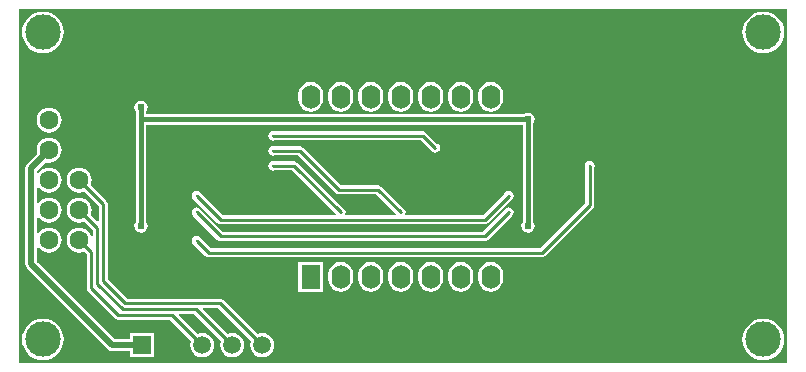
<source format=gtl>
G04 Layer_Physical_Order=1*
G04 Layer_Color=255*
%FSTAX24Y24*%
%MOIN*%
G70*
G01*
G75*
%ADD10C,0.0100*%
%ADD11C,0.0200*%
%ADD12C,0.0150*%
%ADD13R,0.0598X0.0598*%
%ADD14C,0.0598*%
%ADD15C,0.0630*%
%ADD16R,0.0630X0.0630*%
%ADD17C,0.1181*%
%ADD18O,0.0630X0.0787*%
%ADD19R,0.0630X0.0787*%
%ADD20C,0.0120*%
%ADD21C,0.0240*%
G36*
X035827Y010236D02*
X010236D01*
Y022047D01*
X035827D01*
Y010236D01*
D02*
G37*
%LPC*%
G36*
X035039Y021954D02*
X034904Y02194D01*
X034774Y021901D01*
X034654Y021837D01*
X034549Y021751D01*
X034462Y021645D01*
X034398Y021525D01*
X034359Y021395D01*
X034345Y02126D01*
X034359Y021124D01*
X034398Y020994D01*
X034462Y020874D01*
X034549Y020769D01*
X034654Y020683D01*
X034774Y020619D01*
X034904Y020579D01*
X035039Y020566D01*
X035175Y020579D01*
X035305Y020619D01*
X035425Y020683D01*
X03553Y020769D01*
X035616Y020874D01*
X03568Y020994D01*
X03572Y021124D01*
X035733Y02126D01*
X03572Y021395D01*
X03568Y021525D01*
X035616Y021645D01*
X03553Y021751D01*
X035425Y021837D01*
X035305Y021901D01*
X035175Y02194D01*
X035039Y021954D01*
D02*
G37*
G36*
X011024D02*
X010888Y02194D01*
X010758Y021901D01*
X010638Y021837D01*
X010533Y021751D01*
X010447Y021645D01*
X010383Y021525D01*
X010343Y021395D01*
X01033Y02126D01*
X010343Y021124D01*
X010383Y020994D01*
X010447Y020874D01*
X010533Y020769D01*
X010638Y020683D01*
X010758Y020619D01*
X010888Y020579D01*
X011024Y020566D01*
X011159Y020579D01*
X011289Y020619D01*
X011409Y020683D01*
X011514Y020769D01*
X011601Y020874D01*
X011665Y020994D01*
X011704Y021124D01*
X011718Y02126D01*
X011704Y021395D01*
X011665Y021525D01*
X011601Y021645D01*
X011514Y021751D01*
X011409Y021837D01*
X011289Y021901D01*
X011159Y02194D01*
X011024Y021954D01*
D02*
G37*
G36*
X02595Y01961D02*
X025842Y019596D01*
X025741Y019554D01*
X025654Y019487D01*
X025588Y019401D01*
X025546Y0193D01*
X025531Y019191D01*
Y019034D01*
X025546Y018926D01*
X025588Y018825D01*
X025654Y018738D01*
X025741Y018671D01*
X025842Y01863D01*
X02595Y018615D01*
X026058Y01863D01*
X026159Y018671D01*
X026246Y018738D01*
X026312Y018825D01*
X026354Y018926D01*
X026369Y019034D01*
Y019191D01*
X026354Y0193D01*
X026312Y019401D01*
X026246Y019487D01*
X026159Y019554D01*
X026058Y019596D01*
X02595Y01961D01*
D02*
G37*
G36*
X02495D02*
X024842Y019596D01*
X024741Y019554D01*
X024654Y019487D01*
X024588Y019401D01*
X024546Y0193D01*
X024531Y019191D01*
Y019034D01*
X024546Y018926D01*
X024588Y018825D01*
X024654Y018738D01*
X024741Y018671D01*
X024842Y01863D01*
X02495Y018615D01*
X025058Y01863D01*
X025159Y018671D01*
X025246Y018738D01*
X025312Y018825D01*
X025354Y018926D01*
X025369Y019034D01*
Y019191D01*
X025354Y0193D01*
X025312Y019401D01*
X025246Y019487D01*
X025159Y019554D01*
X025058Y019596D01*
X02495Y01961D01*
D02*
G37*
G36*
X02395D02*
X023842Y019596D01*
X023741Y019554D01*
X023654Y019487D01*
X023588Y019401D01*
X023546Y0193D01*
X023531Y019191D01*
Y019034D01*
X023546Y018926D01*
X023588Y018825D01*
X023654Y018738D01*
X023741Y018671D01*
X023842Y01863D01*
X02395Y018615D01*
X024058Y01863D01*
X024159Y018671D01*
X024246Y018738D01*
X024312Y018825D01*
X024354Y018926D01*
X024369Y019034D01*
Y019191D01*
X024354Y0193D01*
X024312Y019401D01*
X024246Y019487D01*
X024159Y019554D01*
X024058Y019596D01*
X02395Y01961D01*
D02*
G37*
G36*
X02295D02*
X022842Y019596D01*
X022741Y019554D01*
X022654Y019487D01*
X022588Y019401D01*
X022546Y0193D01*
X022531Y019191D01*
Y019034D01*
X022546Y018926D01*
X022588Y018825D01*
X022654Y018738D01*
X022741Y018671D01*
X022842Y01863D01*
X02295Y018615D01*
X023058Y01863D01*
X023159Y018671D01*
X023246Y018738D01*
X023312Y018825D01*
X023354Y018926D01*
X023369Y019034D01*
Y019191D01*
X023354Y0193D01*
X023312Y019401D01*
X023246Y019487D01*
X023159Y019554D01*
X023058Y019596D01*
X02295Y01961D01*
D02*
G37*
G36*
X02195D02*
X021842Y019596D01*
X021741Y019554D01*
X021654Y019487D01*
X021588Y019401D01*
X021546Y0193D01*
X021531Y019191D01*
Y019034D01*
X021546Y018926D01*
X021588Y018825D01*
X021654Y018738D01*
X021741Y018671D01*
X021842Y01863D01*
X02195Y018615D01*
X022058Y01863D01*
X022159Y018671D01*
X022246Y018738D01*
X022312Y018825D01*
X022354Y018926D01*
X022369Y019034D01*
Y019191D01*
X022354Y0193D01*
X022312Y019401D01*
X022246Y019487D01*
X022159Y019554D01*
X022058Y019596D01*
X02195Y01961D01*
D02*
G37*
G36*
X02095D02*
X020842Y019596D01*
X020741Y019554D01*
X020654Y019487D01*
X020588Y019401D01*
X020546Y0193D01*
X020531Y019191D01*
Y019034D01*
X020546Y018926D01*
X020588Y018825D01*
X020654Y018738D01*
X020741Y018671D01*
X020842Y01863D01*
X02095Y018615D01*
X021058Y01863D01*
X021159Y018671D01*
X021246Y018738D01*
X021312Y018825D01*
X021354Y018926D01*
X021369Y019034D01*
Y019191D01*
X021354Y0193D01*
X021312Y019401D01*
X021246Y019487D01*
X021159Y019554D01*
X021058Y019596D01*
X02095Y01961D01*
D02*
G37*
G36*
X01995D02*
X019842Y019596D01*
X019741Y019554D01*
X019654Y019487D01*
X019588Y019401D01*
X019546Y0193D01*
X019531Y019191D01*
Y019034D01*
X019546Y018926D01*
X019588Y018825D01*
X019654Y018738D01*
X019741Y018671D01*
X019842Y01863D01*
X01995Y018615D01*
X020058Y01863D01*
X020159Y018671D01*
X020246Y018738D01*
X020312Y018825D01*
X020354Y018926D01*
X020369Y019034D01*
Y019191D01*
X020354Y0193D01*
X020312Y019401D01*
X020246Y019487D01*
X020159Y019554D01*
X020058Y019596D01*
X01995Y01961D01*
D02*
G37*
G36*
X011236Y018755D02*
X011128Y018741D01*
X011027Y018699D01*
X01094Y018632D01*
X010874Y018545D01*
X010832Y018445D01*
X010818Y018336D01*
X010832Y018228D01*
X010874Y018127D01*
X01094Y01804D01*
X011027Y017974D01*
X011128Y017932D01*
X011236Y017918D01*
X011345Y017932D01*
X011445Y017974D01*
X011532Y01804D01*
X011599Y018127D01*
X01164Y018228D01*
X011655Y018336D01*
X01164Y018445D01*
X011599Y018545D01*
X011532Y018632D01*
X011445Y018699D01*
X011345Y018741D01*
X011236Y018755D01*
D02*
G37*
G36*
X0187Y017976D02*
X018638Y017963D01*
X018585Y017928D01*
X018549Y017875D01*
X018537Y017813D01*
X018549Y01775D01*
X018585Y017697D01*
X018638Y017662D01*
X0187Y017649D01*
X018751Y01766D01*
X023637D01*
X023956Y017341D01*
X023985Y017297D01*
X024038Y017262D01*
X0241Y017249D01*
X024162Y017262D01*
X024215Y017297D01*
X024251Y01735D01*
X024263Y017413D01*
X024251Y017475D01*
X024215Y017528D01*
X024172Y017557D01*
X023808Y017921D01*
X023759Y017954D01*
X0237Y017966D01*
X018751D01*
X0187Y017976D01*
D02*
G37*
G36*
X011236Y017755D02*
X011128Y01774D01*
X011027Y017699D01*
X01094Y017632D01*
X010874Y017545D01*
X010832Y017445D01*
X010818Y017336D01*
X010832Y017228D01*
X010834Y017223D01*
X010492Y01688D01*
X010448Y016814D01*
X010432Y016736D01*
Y013536D01*
X010448Y013458D01*
X010492Y013392D01*
X013192Y010692D01*
X013258Y010648D01*
X013336Y010632D01*
X013336Y010632D01*
X013937D01*
Y010437D01*
X014735D01*
Y011235D01*
X013937D01*
Y01104D01*
X013421D01*
X01084Y013621D01*
Y014089D01*
X01089Y014106D01*
X01094Y01404D01*
X011027Y013974D01*
X011128Y013932D01*
X011236Y013918D01*
X011345Y013932D01*
X011445Y013974D01*
X011532Y01404D01*
X011599Y014127D01*
X01164Y014228D01*
X011655Y014336D01*
X01164Y014445D01*
X011599Y014545D01*
X011532Y014632D01*
X011445Y014699D01*
X011345Y014741D01*
X011236Y014755D01*
X011128Y014741D01*
X011027Y014699D01*
X01094Y014632D01*
X01089Y014567D01*
X01084Y014584D01*
Y015089D01*
X01089Y015106D01*
X01094Y01504D01*
X011027Y014974D01*
X011128Y014932D01*
X011236Y014918D01*
X011345Y014932D01*
X011445Y014974D01*
X011532Y01504D01*
X011599Y015127D01*
X01164Y015228D01*
X011655Y015336D01*
X01164Y015445D01*
X011599Y015545D01*
X011532Y015632D01*
X011445Y015699D01*
X011345Y01574D01*
X011236Y015755D01*
X011128Y01574D01*
X011027Y015699D01*
X01094Y015632D01*
X01089Y015567D01*
X01084Y015584D01*
Y016089D01*
X01089Y016106D01*
X01094Y01604D01*
X011027Y015974D01*
X011128Y015932D01*
X011236Y015918D01*
X011345Y015932D01*
X011445Y015974D01*
X011532Y01604D01*
X011599Y016127D01*
X01164Y016228D01*
X011655Y016336D01*
X01164Y016445D01*
X011599Y016545D01*
X011532Y016632D01*
X011445Y016699D01*
X011345Y01674D01*
X011236Y016755D01*
X011128Y01674D01*
X011027Y016699D01*
X01094Y016632D01*
X01089Y016567D01*
X01084Y016584D01*
Y016652D01*
X011123Y016934D01*
X011128Y016932D01*
X011236Y016918D01*
X011345Y016932D01*
X011445Y016974D01*
X011532Y01704D01*
X011599Y017127D01*
X01164Y017228D01*
X011655Y017336D01*
X01164Y017445D01*
X011599Y017545D01*
X011532Y017632D01*
X011445Y017699D01*
X011345Y01774D01*
X011236Y017755D01*
D02*
G37*
G36*
X0187Y017476D02*
X018638Y017463D01*
X018585Y017428D01*
X018549Y017375D01*
X018537Y017313D01*
X018549Y01725D01*
X018585Y017197D01*
X018638Y017162D01*
X0187Y017149D01*
X018751Y01716D01*
X019537D01*
X020792Y015904D01*
X020841Y015871D01*
X0209Y01586D01*
X022137D01*
X022781Y015216D01*
X02276Y015166D01*
X021133D01*
X021104Y015216D01*
X021113Y015263D01*
X021101Y015325D01*
X021065Y015378D01*
X021022Y015407D01*
X019508Y016921D01*
X019459Y016954D01*
X0194Y016966D01*
X018751D01*
X0187Y016976D01*
X018638Y016963D01*
X018585Y016928D01*
X018549Y016875D01*
X018537Y016813D01*
X018549Y01675D01*
X018585Y016697D01*
X018638Y016662D01*
X0187Y016649D01*
X018751Y01666D01*
X019337D01*
X020781Y015216D01*
X02076Y015166D01*
X017013D01*
X016294Y015884D01*
X016265Y015928D01*
X016212Y015963D01*
X01615Y015976D01*
X016088Y015963D01*
X016035Y015928D01*
X015999Y015875D01*
X015987Y015813D01*
X015999Y01575D01*
X016035Y015697D01*
X016078Y015668D01*
X016842Y014904D01*
X016891Y014871D01*
X01695Y01486D01*
X02575D01*
X025809Y014871D01*
X025858Y014904D01*
X026622Y015668D01*
X026665Y015697D01*
X026701Y01575D01*
X026713Y015813D01*
X026701Y015875D01*
X026665Y015928D01*
X026612Y015963D01*
X02655Y015976D01*
X026488Y015963D01*
X026435Y015928D01*
X026406Y015884D01*
X025687Y015166D01*
X023133D01*
X023104Y015216D01*
X023113Y015263D01*
X023101Y015325D01*
X023065Y015378D01*
X023022Y015407D01*
X022308Y016121D01*
X022259Y016154D01*
X0222Y016166D01*
X020963D01*
X019708Y017421D01*
X019659Y017454D01*
X0196Y017466D01*
X018751D01*
X0187Y017476D01*
D02*
G37*
G36*
X012236Y016755D02*
X012128Y01674D01*
X012027Y016699D01*
X01194Y016632D01*
X011874Y016545D01*
X011832Y016445D01*
X011818Y016336D01*
X011832Y016228D01*
X011874Y016127D01*
X01194Y01604D01*
X012027Y015974D01*
X012128Y015932D01*
X012236Y015918D01*
X012345Y015932D01*
X012401Y015955D01*
X012883Y015473D01*
Y014971D01*
X012837Y014952D01*
X012617Y015172D01*
X012641Y015228D01*
X012655Y015336D01*
X012641Y015445D01*
X012599Y015545D01*
X012532Y015632D01*
X012445Y015699D01*
X012345Y01574D01*
X012236Y015755D01*
X012128Y01574D01*
X012027Y015699D01*
X01194Y015632D01*
X011874Y015545D01*
X011832Y015445D01*
X011818Y015336D01*
X011832Y015228D01*
X011874Y015127D01*
X01194Y01504D01*
X012027Y014974D01*
X012128Y014932D01*
X012236Y014918D01*
X012345Y014932D01*
X012401Y014955D01*
X012683Y014673D01*
Y014472D01*
X012633Y014462D01*
X012599Y014545D01*
X012532Y014632D01*
X012445Y014699D01*
X012345Y014741D01*
X012236Y014755D01*
X012128Y014741D01*
X012027Y014699D01*
X01194Y014632D01*
X011874Y014545D01*
X011832Y014445D01*
X011818Y014336D01*
X011832Y014228D01*
X011874Y014127D01*
X01194Y01404D01*
X012027Y013974D01*
X012128Y013932D01*
X012236Y013918D01*
X012345Y013932D01*
X012401Y013955D01*
X012483Y013873D01*
Y012736D01*
X012495Y012678D01*
X012528Y012628D01*
X013428Y011728D01*
X013478Y011695D01*
X013536Y011683D01*
X015273D01*
X015967Y010989D01*
X015947Y01094D01*
X015933Y010836D01*
X015947Y010732D01*
X015987Y010635D01*
X016051Y010552D01*
X016135Y010488D01*
X016232Y010447D01*
X016336Y010434D01*
X01644Y010447D01*
X016537Y010488D01*
X016621Y010552D01*
X016685Y010635D01*
X016725Y010732D01*
X016739Y010836D01*
X016725Y01094D01*
X016685Y011038D01*
X016621Y011121D01*
X016537Y011185D01*
X01644Y011225D01*
X016336Y011239D01*
X016232Y011225D01*
X016183Y011205D01*
X015552Y011837D01*
X015571Y011883D01*
X016073D01*
X016967Y010989D01*
X016947Y01094D01*
X016933Y010836D01*
X016947Y010732D01*
X016987Y010635D01*
X017051Y010552D01*
X017135Y010488D01*
X017232Y010447D01*
X017336Y010434D01*
X01744Y010447D01*
X017537Y010488D01*
X017621Y010552D01*
X017685Y010635D01*
X017725Y010732D01*
X017739Y010836D01*
X017725Y01094D01*
X017685Y011038D01*
X017621Y011121D01*
X017537Y011185D01*
X01744Y011225D01*
X017336Y011239D01*
X017232Y011225D01*
X017183Y011205D01*
X016352Y012037D01*
X016371Y012083D01*
X016873D01*
X017967Y010989D01*
X017947Y01094D01*
X017933Y010836D01*
X017947Y010732D01*
X017987Y010635D01*
X018051Y010552D01*
X018135Y010488D01*
X018232Y010447D01*
X018336Y010434D01*
X01844Y010447D01*
X018537Y010488D01*
X018621Y010552D01*
X018685Y010635D01*
X018725Y010732D01*
X018739Y010836D01*
X018725Y01094D01*
X018685Y011038D01*
X018621Y011121D01*
X018537Y011185D01*
X01844Y011225D01*
X018336Y011239D01*
X018232Y011225D01*
X018183Y011205D01*
X017044Y012344D01*
X016995Y012378D01*
X016936Y012389D01*
X013832D01*
X013189Y013032D01*
Y015536D01*
X013178Y015595D01*
X013144Y015644D01*
X012617Y016172D01*
X012641Y016228D01*
X012655Y016336D01*
X012641Y016445D01*
X012599Y016545D01*
X012532Y016632D01*
X012445Y016699D01*
X012345Y01674D01*
X012236Y016755D01*
D02*
G37*
G36*
X02655Y015426D02*
X026488Y015413D01*
X026435Y015378D01*
X026406Y015335D01*
X025687Y014616D01*
X017013D01*
X016294Y015335D01*
X016265Y015378D01*
X016212Y015413D01*
X01615Y015426D01*
X016088Y015413D01*
X016035Y015378D01*
X015999Y015325D01*
X015987Y015263D01*
X015999Y0152D01*
X016035Y015147D01*
X016078Y015118D01*
X016842Y014354D01*
X016891Y014321D01*
X01695Y01431D01*
X02575D01*
X025809Y014321D01*
X025858Y014354D01*
X026622Y015118D01*
X026665Y015147D01*
X026701Y0152D01*
X026713Y015263D01*
X026701Y015325D01*
X026665Y015378D01*
X026612Y015413D01*
X02655Y015426D01*
D02*
G37*
G36*
X0143Y018987D02*
X014214Y01897D01*
X014141Y018921D01*
X014093Y018848D01*
X014076Y018763D01*
X014093Y018677D01*
X014122Y018634D01*
Y018363D01*
Y014942D01*
X014093Y014898D01*
X014076Y014813D01*
X014093Y014727D01*
X014141Y014654D01*
X014214Y014605D01*
X0143Y014588D01*
X014386Y014605D01*
X014459Y014654D01*
X014507Y014727D01*
X014524Y014813D01*
X014507Y014898D01*
X014478Y014942D01*
Y018184D01*
X027022D01*
Y014942D01*
X026993Y014898D01*
X026976Y014813D01*
X026993Y014727D01*
X027041Y014654D01*
X027114Y014605D01*
X0272Y014588D01*
X027286Y014605D01*
X027359Y014654D01*
X027407Y014727D01*
X027424Y014813D01*
X027407Y014898D01*
X027378Y014942D01*
Y018234D01*
X027407Y018277D01*
X027424Y018363D01*
X027407Y018448D01*
X027359Y018521D01*
X027286Y01857D01*
X0272Y018587D01*
X027114Y01857D01*
X027071Y018541D01*
X014478D01*
Y018634D01*
X014507Y018677D01*
X014524Y018763D01*
X014507Y018848D01*
X014459Y018921D01*
X014386Y01897D01*
X0143Y018987D01*
D02*
G37*
G36*
X02925Y016976D02*
X029188Y016963D01*
X029135Y016928D01*
X029099Y016875D01*
X029087Y016813D01*
X029097Y016761D01*
Y015576D01*
X027587Y014066D01*
X016613D01*
X016294Y014384D01*
X016265Y014428D01*
X016212Y014463D01*
X01615Y014476D01*
X016088Y014463D01*
X016035Y014428D01*
X015999Y014375D01*
X015987Y014313D01*
X015999Y01425D01*
X016035Y014197D01*
X016078Y014168D01*
X016442Y013804D01*
X016491Y013771D01*
X01655Y01376D01*
X02765D01*
X027709Y013771D01*
X027758Y013804D01*
X029358Y015404D01*
X029391Y015454D01*
X029403Y015513D01*
Y016761D01*
X029413Y016813D01*
X029401Y016875D01*
X029365Y016928D01*
X029312Y016963D01*
X02925Y016976D01*
D02*
G37*
G36*
X020365Y013606D02*
X019535D01*
Y012619D01*
X020365D01*
Y013606D01*
D02*
G37*
G36*
X02595Y01361D02*
X025842Y013596D01*
X025741Y013554D01*
X025654Y013487D01*
X025588Y013401D01*
X025546Y0133D01*
X025531Y013191D01*
Y013034D01*
X025546Y012926D01*
X025588Y012825D01*
X025654Y012738D01*
X025741Y012671D01*
X025842Y01263D01*
X02595Y012615D01*
X026058Y01263D01*
X026159Y012671D01*
X026246Y012738D01*
X026312Y012825D01*
X026354Y012926D01*
X026369Y013034D01*
Y013191D01*
X026354Y0133D01*
X026312Y013401D01*
X026246Y013487D01*
X026159Y013554D01*
X026058Y013596D01*
X02595Y01361D01*
D02*
G37*
G36*
X02495D02*
X024842Y013596D01*
X024741Y013554D01*
X024654Y013487D01*
X024588Y013401D01*
X024546Y0133D01*
X024531Y013191D01*
Y013034D01*
X024546Y012926D01*
X024588Y012825D01*
X024654Y012738D01*
X024741Y012671D01*
X024842Y01263D01*
X02495Y012615D01*
X025058Y01263D01*
X025159Y012671D01*
X025246Y012738D01*
X025312Y012825D01*
X025354Y012926D01*
X025369Y013034D01*
Y013191D01*
X025354Y0133D01*
X025312Y013401D01*
X025246Y013487D01*
X025159Y013554D01*
X025058Y013596D01*
X02495Y01361D01*
D02*
G37*
G36*
X02395D02*
X023842Y013596D01*
X023741Y013554D01*
X023654Y013487D01*
X023588Y013401D01*
X023546Y0133D01*
X023531Y013191D01*
Y013034D01*
X023546Y012926D01*
X023588Y012825D01*
X023654Y012738D01*
X023741Y012671D01*
X023842Y01263D01*
X02395Y012615D01*
X024058Y01263D01*
X024159Y012671D01*
X024246Y012738D01*
X024312Y012825D01*
X024354Y012926D01*
X024369Y013034D01*
Y013191D01*
X024354Y0133D01*
X024312Y013401D01*
X024246Y013487D01*
X024159Y013554D01*
X024058Y013596D01*
X02395Y01361D01*
D02*
G37*
G36*
X02295D02*
X022842Y013596D01*
X022741Y013554D01*
X022654Y013487D01*
X022588Y013401D01*
X022546Y0133D01*
X022531Y013191D01*
Y013034D01*
X022546Y012926D01*
X022588Y012825D01*
X022654Y012738D01*
X022741Y012671D01*
X022842Y01263D01*
X02295Y012615D01*
X023058Y01263D01*
X023159Y012671D01*
X023246Y012738D01*
X023312Y012825D01*
X023354Y012926D01*
X023369Y013034D01*
Y013191D01*
X023354Y0133D01*
X023312Y013401D01*
X023246Y013487D01*
X023159Y013554D01*
X023058Y013596D01*
X02295Y01361D01*
D02*
G37*
G36*
X02195D02*
X021842Y013596D01*
X021741Y013554D01*
X021654Y013487D01*
X021588Y013401D01*
X021546Y0133D01*
X021531Y013191D01*
Y013034D01*
X021546Y012926D01*
X021588Y012825D01*
X021654Y012738D01*
X021741Y012671D01*
X021842Y01263D01*
X02195Y012615D01*
X022058Y01263D01*
X022159Y012671D01*
X022246Y012738D01*
X022312Y012825D01*
X022354Y012926D01*
X022369Y013034D01*
Y013191D01*
X022354Y0133D01*
X022312Y013401D01*
X022246Y013487D01*
X022159Y013554D01*
X022058Y013596D01*
X02195Y01361D01*
D02*
G37*
G36*
X02095D02*
X020842Y013596D01*
X020741Y013554D01*
X020654Y013487D01*
X020588Y013401D01*
X020546Y0133D01*
X020531Y013191D01*
Y013034D01*
X020546Y012926D01*
X020588Y012825D01*
X020654Y012738D01*
X020741Y012671D01*
X020842Y01263D01*
X02095Y012615D01*
X021058Y01263D01*
X021159Y012671D01*
X021246Y012738D01*
X021312Y012825D01*
X021354Y012926D01*
X021369Y013034D01*
Y013191D01*
X021354Y0133D01*
X021312Y013401D01*
X021246Y013487D01*
X021159Y013554D01*
X021058Y013596D01*
X02095Y01361D01*
D02*
G37*
G36*
X035039Y011718D02*
X034904Y011704D01*
X034774Y011665D01*
X034654Y011601D01*
X034549Y011514D01*
X034462Y011409D01*
X034398Y011289D01*
X034359Y011159D01*
X034345Y011024D01*
X034359Y010888D01*
X034398Y010758D01*
X034462Y010638D01*
X034549Y010533D01*
X034654Y010447D01*
X034774Y010383D01*
X034904Y010343D01*
X035039Y01033D01*
X035175Y010343D01*
X035305Y010383D01*
X035425Y010447D01*
X03553Y010533D01*
X035616Y010638D01*
X03568Y010758D01*
X03572Y010888D01*
X035733Y011024D01*
X03572Y011159D01*
X03568Y011289D01*
X035616Y011409D01*
X03553Y011514D01*
X035425Y011601D01*
X035305Y011665D01*
X035175Y011704D01*
X035039Y011718D01*
D02*
G37*
G36*
X011024D02*
X010888Y011704D01*
X010758Y011665D01*
X010638Y011601D01*
X010533Y011514D01*
X010447Y011409D01*
X010383Y011289D01*
X010343Y011159D01*
X01033Y011024D01*
X010343Y010888D01*
X010383Y010758D01*
X010447Y010638D01*
X010533Y010533D01*
X010638Y010447D01*
X010758Y010383D01*
X010888Y010343D01*
X011024Y01033D01*
X011159Y010343D01*
X011289Y010383D01*
X011409Y010447D01*
X011514Y010533D01*
X011601Y010638D01*
X011665Y010758D01*
X011704Y010888D01*
X011718Y011024D01*
X011704Y011159D01*
X011665Y011289D01*
X011601Y011409D01*
X011514Y011514D01*
X011409Y011601D01*
X011289Y011665D01*
X011159Y011704D01*
X011024Y011718D01*
D02*
G37*
%LPD*%
D10*
X012236Y014336D02*
X012636Y013936D01*
Y012736D02*
Y013936D01*
Y012736D02*
X013536Y011836D01*
X016936Y012236D02*
X018336Y010836D01*
X013769Y012236D02*
X016936D01*
X013036Y012969D02*
X013769Y012236D01*
X013036Y012969D02*
Y015536D01*
X012236Y016336D02*
X013036Y015536D01*
X016136Y012036D02*
X017336Y010836D01*
X013686Y012036D02*
X016136D01*
X012836Y012886D02*
X013686Y012036D01*
X012836Y012886D02*
Y014736D01*
X012236Y015336D02*
X012836Y014736D01*
X015336Y011836D02*
X016336Y010836D01*
X013536Y011836D02*
X015336D01*
X0187Y016813D02*
X0194D01*
X02095Y015263D01*
X0187Y017313D02*
X0196D01*
X0209Y016013D01*
X0222D01*
X02295Y015263D01*
X01615Y015813D02*
X01695Y015013D01*
X01615Y015263D02*
X01695Y014463D01*
X01615Y014313D02*
X01655Y013913D01*
X0187Y017813D02*
X0237D01*
X0241Y017413D01*
X01695Y015013D02*
X02575D01*
X02655Y015813D01*
X01695Y014463D02*
X02575D01*
X02655Y015263D01*
X01655Y013913D02*
X02765D01*
X02925Y015513D01*
Y016813D01*
D11*
X013336Y010836D02*
X014336D01*
X010636Y013536D02*
X013336Y010836D01*
X010636Y013536D02*
Y016736D01*
X011236Y017336D01*
D12*
X0272Y014813D02*
Y018363D01*
X0143D02*
X0272D01*
X0143Y014813D02*
Y018363D01*
Y018763D01*
D13*
X014336Y010836D02*
D03*
D14*
X015336D02*
D03*
X016336D02*
D03*
X017336D02*
D03*
X018336D02*
D03*
D15*
X011236Y018336D02*
D03*
Y017336D02*
D03*
Y016336D02*
D03*
Y015336D02*
D03*
Y014336D02*
D03*
X012236D02*
D03*
Y015336D02*
D03*
Y016336D02*
D03*
Y017336D02*
D03*
D16*
Y018336D02*
D03*
D17*
X035039Y02126D02*
D03*
Y011024D02*
D03*
X011024Y02126D02*
D03*
Y011024D02*
D03*
D18*
X01995Y019113D02*
D03*
X02095D02*
D03*
X02195D02*
D03*
X02295D02*
D03*
X02395D02*
D03*
X02495D02*
D03*
X02095Y013113D02*
D03*
X02195D02*
D03*
X02295D02*
D03*
X02395D02*
D03*
X02495D02*
D03*
X02595D02*
D03*
Y019113D02*
D03*
D19*
X01995Y013113D02*
D03*
D20*
X0187Y016813D02*
D03*
X02095Y015263D02*
D03*
X0187Y017313D02*
D03*
X02295Y015263D02*
D03*
X01615Y015813D02*
D03*
Y015263D02*
D03*
Y014313D02*
D03*
X02925Y016813D02*
D03*
X0187Y017813D02*
D03*
X0241Y017413D02*
D03*
X02655Y015813D02*
D03*
Y015263D02*
D03*
D21*
X0272Y018363D02*
D03*
Y014813D02*
D03*
X0143D02*
D03*
Y018763D02*
D03*
M02*

</source>
